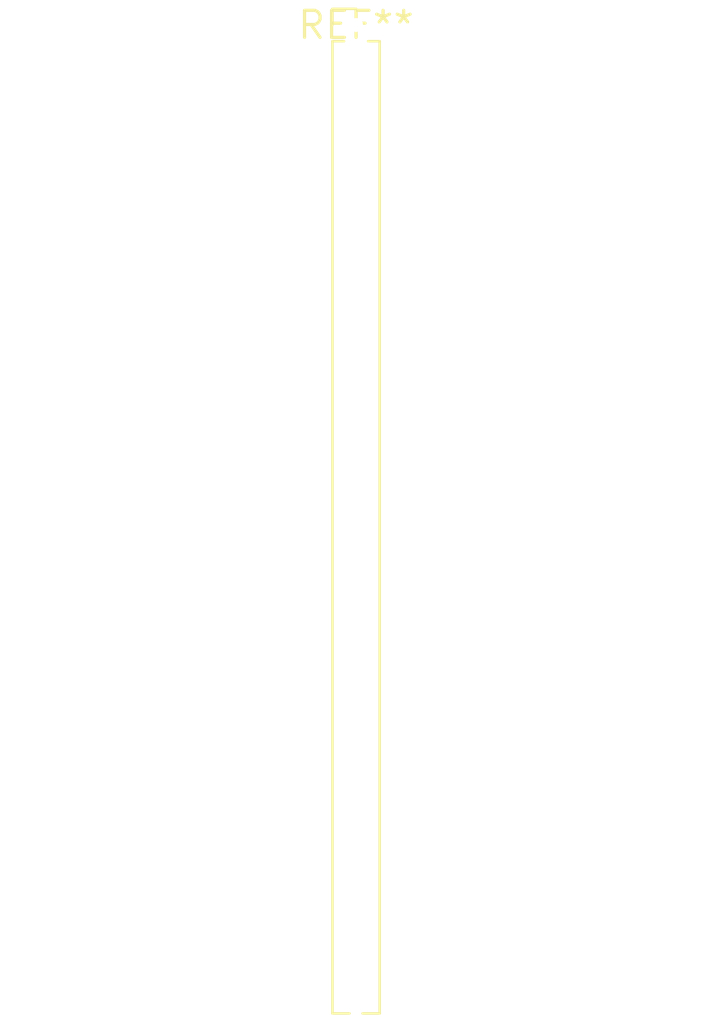
<source format=kicad_pcb>
(kicad_pcb (version 20240108) (generator pcbnew)
  (layers (0 "F.Cu" signal) (31 "B.Cu" signal) (34 "B.Paste" user) (35 "F.Paste" user) (36 "B.SilkS" user "B.Silkscreen") (37 "F.SilkS" user "F.Silkscreen") (38 "B.Mask" user) (39 "F.Mask" user) (44 "Edge.Cuts" user))
  (net 0 "")
  (footprint "PinHeader_1x37_P1.27mm_Vertical" (layer "F.Cu") (at 0 0)
    (property "Reference" "REF**")
    (property "Value" "PinHeader_1x37_P1.27mm_Vertical")
    (fp_line (start -1.11 -0.76) (end 0 -0.76) (layer "F.SilkS") (stroke (width 0.12)))
    (fp_line (start -1.11 0) (end -1.11 -0.76) (layer "F.SilkS") (stroke (width 0.12)))
    (fp_line (start -1.11 0.76) (end -1.11 46.415) (layer "F.SilkS") (stroke (width 0.12)))
    (fp_line (start -1.11 0.76) (end -0.563471 0.76) (layer "F.SilkS") (stroke (width 0.12)))
    (fp_line (start -1.11 46.415) (end -0.30753 46.415) (layer "F.SilkS") (stroke (width 0.12)))
    (fp_line (start 0.30753 46.415) (end 1.11 46.415) (layer "F.SilkS") (stroke (width 0.12)))
    (fp_line (start 0.563471 0.76) (end 1.11 0.76) (layer "F.SilkS") (stroke (width 0.12)))
    (fp_line (start 1.11 0.76) (end 1.11 46.415) (layer "F.SilkS") (stroke (width 0.12)))
    (pad "1" thru_hole rect (at 0 0) (size 1 1) (drill 0.65) (layers *.Cu *.Mask) (remove_unused_layers))
    (pad "2" thru_hole oval (at 0 1.27) (size 1 1) (drill 0.65) (layers *.Cu *.Mask) (remove_unused_layers))
    (pad "3" thru_hole oval (at 0 2.54) (size 1 1) (drill 0.65) (layers *.Cu *.Mask) (remove_unused_layers))
    (pad "4" thru_hole oval (at 0 3.81) (size 1 1) (drill 0.65) (layers *.Cu *.Mask) (remove_unused_layers))
    (pad "5" thru_hole oval (at 0 5.08) (size 1 1) (drill 0.65) (layers *.Cu *.Mask) (remove_unused_layers))
    (pad "6" thru_hole oval (at 0 6.35) (size 1 1) (drill 0.65) (layers *.Cu *.Mask) (remove_unused_layers))
    (pad "7" thru_hole oval (at 0 7.62) (size 1 1) (drill 0.65) (layers *.Cu *.Mask) (remove_unused_layers))
    (pad "8" thru_hole oval (at 0 8.89) (size 1 1) (drill 0.65) (layers *.Cu *.Mask) (remove_unused_layers))
    (pad "9" thru_hole oval (at 0 10.16) (size 1 1) (drill 0.65) (layers *.Cu *.Mask) (remove_unused_layers))
    (pad "10" thru_hole oval (at 0 11.43) (size 1 1) (drill 0.65) (layers *.Cu *.Mask) (remove_unused_layers))
    (pad "11" thru_hole oval (at 0 12.7) (size 1 1) (drill 0.65) (layers *.Cu *.Mask) (remove_unused_layers))
    (pad "12" thru_hole oval (at 0 13.97) (size 1 1) (drill 0.65) (layers *.Cu *.Mask) (remove_unused_layers))
    (pad "13" thru_hole oval (at 0 15.24) (size 1 1) (drill 0.65) (layers *.Cu *.Mask) (remove_unused_layers))
    (pad "14" thru_hole oval (at 0 16.51) (size 1 1) (drill 0.65) (layers *.Cu *.Mask) (remove_unused_layers))
    (pad "15" thru_hole oval (at 0 17.78) (size 1 1) (drill 0.65) (layers *.Cu *.Mask) (remove_unused_layers))
    (pad "16" thru_hole oval (at 0 19.05) (size 1 1) (drill 0.65) (layers *.Cu *.Mask) (remove_unused_layers))
    (pad "17" thru_hole oval (at 0 20.32) (size 1 1) (drill 0.65) (layers *.Cu *.Mask) (remove_unused_layers))
    (pad "18" thru_hole oval (at 0 21.59) (size 1 1) (drill 0.65) (layers *.Cu *.Mask) (remove_unused_layers))
    (pad "19" thru_hole oval (at 0 22.86) (size 1 1) (drill 0.65) (layers *.Cu *.Mask) (remove_unused_layers))
    (pad "20" thru_hole oval (at 0 24.13) (size 1 1) (drill 0.65) (layers *.Cu *.Mask) (remove_unused_layers))
    (pad "21" thru_hole oval (at 0 25.4) (size 1 1) (drill 0.65) (layers *.Cu *.Mask) (remove_unused_layers))
    (pad "22" thru_hole oval (at 0 26.67) (size 1 1) (drill 0.65) (layers *.Cu *.Mask) (remove_unused_layers))
    (pad "23" thru_hole oval (at 0 27.94) (size 1 1) (drill 0.65) (layers *.Cu *.Mask) (remove_unused_layers))
    (pad "24" thru_hole oval (at 0 29.21) (size 1 1) (drill 0.65) (layers *.Cu *.Mask) (remove_unused_layers))
    (pad "25" thru_hole oval (at 0 30.48) (size 1 1) (drill 0.65) (layers *.Cu *.Mask) (remove_unused_layers))
    (pad "26" thru_hole oval (at 0 31.75) (size 1 1) (drill 0.65) (layers *.Cu *.Mask) (remove_unused_layers))
    (pad "27" thru_hole oval (at 0 33.02) (size 1 1) (drill 0.65) (layers *.Cu *.Mask) (remove_unused_layers))
    (pad "28" thru_hole oval (at 0 34.29) (size 1 1) (drill 0.65) (layers *.Cu *.Mask) (remove_unused_layers))
    (pad "29" thru_hole oval (at 0 35.56) (size 1 1) (drill 0.65) (layers *.Cu *.Mask) (remove_unused_layers))
    (pad "30" thru_hole oval (at 0 36.83) (size 1 1) (drill 0.65) (layers *.Cu *.Mask) (remove_unused_layers))
    (pad "31" thru_hole oval (at 0 38.1) (size 1 1) (drill 0.65) (layers *.Cu *.Mask) (remove_unused_layers))
    (pad "32" thru_hole oval (at 0 39.37) (size 1 1) (drill 0.65) (layers *.Cu *.Mask) (remove_unused_layers))
    (pad "33" thru_hole oval (at 0 40.64) (size 1 1) (drill 0.65) (layers *.Cu *.Mask) (remove_unused_layers))
    (pad "34" thru_hole oval (at 0 41.91) (size 1 1) (drill 0.65) (layers *.Cu *.Mask) (remove_unused_layers))
    (pad "35" thru_hole oval (at 0 43.18) (size 1 1) (drill 0.65) (layers *.Cu *.Mask) (remove_unused_layers))
    (pad "36" thru_hole oval (at 0 44.45) (size 1 1) (drill 0.65) (layers *.Cu *.Mask) (remove_unused_layers))
    (pad "37" thru_hole oval (at 0 45.72) (size 1 1) (drill 0.65) (layers *.Cu *.Mask) (remove_unused_layers))
  )
)
</source>
